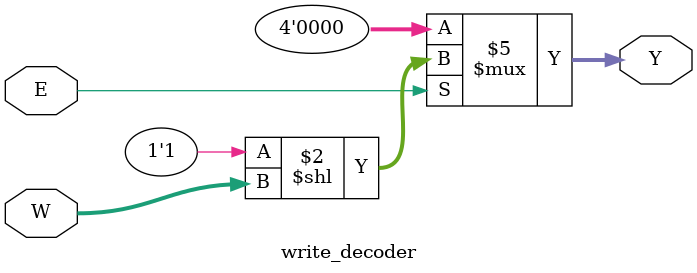
<source format=v>
/*
R. Antonio Orozco
5/26/2014
Homework6-Part5
Refrence: R. Gutmann, TCES 330, Spring 2011
This module implements the write decoder for the register file
*/

module write_decoder( W, E, Y );
  parameter N = 2;
  localparam M = 2**N; //N^2
  input [N-1:0] W;      // the input address to write to
  input E;              // enable writable
  output reg [M-1:0] Y = 0; //	The output register to write to
  
  always @(W, E) begin
    if ( E ) begin
      Y = 1'b1 << W;  // shift a '1' into position
    end
    else begin
      Y = 0;
    end
  end  // always
endmodule

</source>
